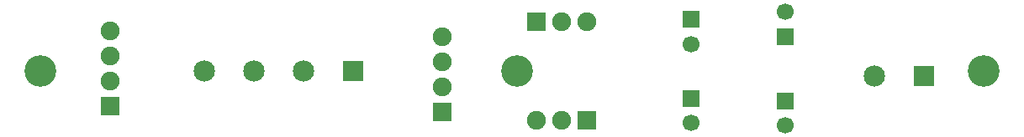
<source format=gbs>
G04*
G04 #@! TF.GenerationSoftware,Altium Limited,Altium Designer,23.2.1 (34)*
G04*
G04 Layer_Color=16711935*
%FSLAX25Y25*%
%MOIN*%
G70*
G04*
G04 #@! TF.SameCoordinates,0B46A028-55CD-44D3-B25E-2AE8110CF676*
G04*
G04*
G04 #@! TF.FilePolarity,Negative*
G04*
G01*
G75*
%ADD14C,0.12611*%
%ADD15C,0.07493*%
%ADD16R,0.07493X0.07493*%
%ADD17C,0.06693*%
%ADD18R,0.06693X0.06693*%
%ADD19C,0.08477*%
%ADD20R,0.08477X0.08477*%
%ADD21R,0.07493X0.07493*%
D14*
X303150Y147638D02*
D03*
X492126D02*
D03*
X677165D02*
D03*
D15*
X499685Y127953D02*
D03*
X509685D02*
D03*
Y167323D02*
D03*
X519685D02*
D03*
X462598Y161417D02*
D03*
Y141417D02*
D03*
Y151417D02*
D03*
X330709Y153543D02*
D03*
Y143543D02*
D03*
Y163543D02*
D03*
D16*
X519685Y127953D02*
D03*
X499685Y167323D02*
D03*
D17*
X598425Y171260D02*
D03*
Y125984D02*
D03*
X561024Y126969D02*
D03*
X561024Y158465D02*
D03*
D18*
X598425Y161417D02*
D03*
Y135827D02*
D03*
X561024Y136811D02*
D03*
X561024Y168307D02*
D03*
D19*
X633858Y145669D02*
D03*
X407480Y147638D02*
D03*
X387795D02*
D03*
X368110D02*
D03*
D20*
X653543Y145669D02*
D03*
X427165Y147638D02*
D03*
D21*
X462598Y131417D02*
D03*
X330709Y133543D02*
D03*
M02*

</source>
